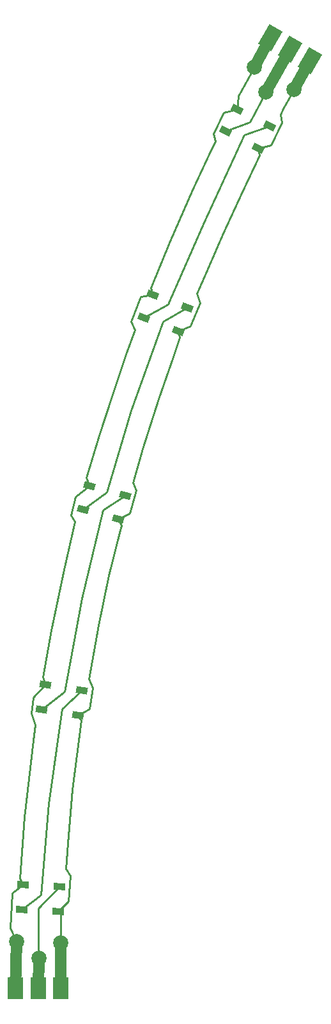
<source format=gbr>
%TF.GenerationSoftware,KiCad,Pcbnew,7.0.9*%
%TF.CreationDate,2023-12-31T20:51:38-05:00*%
%TF.ProjectId,RGB Clock,52474220-436c-46f6-936b-2e6b69636164,rev?*%
%TF.SameCoordinates,Original*%
%TF.FileFunction,Copper,L1,Top*%
%TF.FilePolarity,Positive*%
%FSLAX46Y46*%
G04 Gerber Fmt 4.6, Leading zero omitted, Abs format (unit mm)*
G04 Created by KiCad (PCBNEW 7.0.9) date 2023-12-31 20:51:38*
%MOMM*%
%LPD*%
G01*
G04 APERTURE LIST*
G04 Aperture macros list*
%AMRotRect*
0 Rectangle, with rotation*
0 The origin of the aperture is its center*
0 $1 length*
0 $2 width*
0 $3 Rotation angle, in degrees counterclockwise*
0 Add horizontal line*
21,1,$1,$2,0,0,$3*%
G04 Aperture macros list end*
%TA.AperFunction,SMDPad,CuDef*%
%ADD10RotRect,1.500000X0.900000X339.000000*%
%TD*%
%TA.AperFunction,SMDPad,CuDef*%
%ADD11RotRect,1.500000X0.900000X357.000000*%
%TD*%
%TA.AperFunction,ComponentPad*%
%ADD12C,2.000000*%
%TD*%
%TA.AperFunction,SMDPad,CuDef*%
%ADD13RotRect,1.500000X0.900000X351.000000*%
%TD*%
%TA.AperFunction,SMDPad,CuDef*%
%ADD14RotRect,1.500000X0.900000X333.000000*%
%TD*%
%TA.AperFunction,ConnectorPad*%
%ADD15RotRect,2.000000X3.000000X330.000000*%
%TD*%
%TA.AperFunction,ConnectorPad*%
%ADD16R,2.000000X3.000000*%
%TD*%
%TA.AperFunction,SMDPad,CuDef*%
%ADD17RotRect,1.500000X0.900000X345.000000*%
%TD*%
%TA.AperFunction,Conductor*%
%ADD18C,1.500000*%
%TD*%
%TA.AperFunction,Conductor*%
%ADD19C,0.250000*%
%TD*%
G04 APERTURE END LIST*
D10*
%TO.P,D4,1,VDD*%
%TO.N,Net-(D1-VDD)*%
X70948035Y-74289591D03*
%TO.P,D4,2,DOUT*%
%TO.N,Net-(D4-DOUT)*%
X69765421Y-77370406D03*
%TO.P,D4,3,VSS*%
%TO.N,Net-(D1-VSS)*%
X74339965Y-79126409D03*
%TO.P,D4,4,DIN*%
%TO.N,Net-(D3-DOUT)*%
X75522579Y-76045594D03*
%TD*%
D11*
%TO.P,D1,1,VDD*%
%TO.N,Net-(D1-VDD)*%
X53766709Y-152479238D03*
%TO.P,D1,2,DOUT*%
%TO.N,Net-(D1-DOUT)*%
X53594000Y-155774716D03*
%TO.P,D1,3,VSS*%
%TO.N,Net-(D1-VSS)*%
X58487285Y-156031162D03*
%TO.P,D1,4,DIN*%
%TO.N,Net-(D1-DIN)*%
X58659994Y-152735684D03*
%TD*%
D12*
%TO.P,J4,1,Pin_1*%
%TO.N,Net-(D1-DIN)*%
X55880000Y-162179000D03*
%TD*%
%TO.P,J5,1,Pin_1*%
%TO.N,Net-(D1-VSS)*%
X58801000Y-160147000D03*
%TD*%
D13*
%TO.P,D2,1,VDD*%
%TO.N,Net-(D1-VDD)*%
X56766280Y-126003050D03*
%TO.P,D2,2,DOUT*%
%TO.N,Net-(D2-DOUT)*%
X56250047Y-129262421D03*
%TO.P,D2,3,VSS*%
%TO.N,Net-(D1-VSS)*%
X61089720Y-130028950D03*
%TO.P,D2,4,DIN*%
%TO.N,Net-(D1-DOUT)*%
X61605953Y-126769579D03*
%TD*%
D14*
%TO.P,D5,1,VDD*%
%TO.N,Net-(D1-VDD)*%
X82132118Y-49741563D03*
%TO.P,D5,2,DOUT*%
%TO.N,Net-(D5-DOUT)*%
X80633950Y-52681884D03*
%TO.P,D5,3,VSS*%
%TO.N,Net-(D1-VSS)*%
X84999882Y-54906437D03*
%TO.P,D5,4,DIN*%
%TO.N,Net-(D4-DOUT)*%
X86498050Y-51966116D03*
%TD*%
D12*
%TO.P,J8,1,Pin_1*%
%TO.N,Net-(D1-VSS)*%
X89662000Y-47117000D03*
%TD*%
%TO.P,J6,1,Pin_1*%
%TO.N,Net-(D5-DOUT)*%
X85979000Y-47498000D03*
%TD*%
%TO.P,J7,1,Pin_1*%
%TO.N,Net-(D1-VDD)*%
X84455000Y-44196000D03*
%TD*%
D15*
%TO.P,J2,1,Pin_1*%
%TO.N,Net-(D1-VDD)*%
X86601924Y-40300000D03*
%TO.P,J2,2,Pin_2*%
%TO.N,Net-(D5-DOUT)*%
X89200000Y-41800000D03*
%TO.P,J2,3,Pin_3*%
%TO.N,Net-(D1-VSS)*%
X91798076Y-43300000D03*
%TD*%
D16*
%TO.P,J1,1,Pin_1*%
%TO.N,Net-(D1-VDD)*%
X52800000Y-166200000D03*
%TO.P,J1,2,Pin_2*%
%TO.N,Net-(D1-DIN)*%
X55800000Y-166200000D03*
%TO.P,J1,3,Pin_3*%
%TO.N,Net-(D1-VSS)*%
X58800000Y-166200000D03*
%TD*%
D17*
%TO.P,D3,1,VDD*%
%TO.N,Net-(D1-VDD)*%
X62576533Y-99626116D03*
%TO.P,D3,2,DOUT*%
%TO.N,Net-(D3-DOUT)*%
X61722430Y-102813671D03*
%TO.P,D3,3,VSS*%
%TO.N,Net-(D1-VSS)*%
X66455467Y-104081884D03*
%TO.P,D3,4,DIN*%
%TO.N,Net-(D2-DOUT)*%
X67309570Y-100894329D03*
%TD*%
D12*
%TO.P,J3,1,Pin_1*%
%TO.N,Net-(D1-VDD)*%
X52959000Y-160020000D03*
%TD*%
D18*
%TO.N,Net-(D1-VSS)*%
X58801000Y-160147000D02*
X58800000Y-166200000D01*
%TO.N,Net-(D1-DIN)*%
X55880000Y-162179000D02*
X55800000Y-166200000D01*
%TO.N,Net-(D1-VDD)*%
X52959000Y-160020000D02*
X52800000Y-166200000D01*
%TO.N,Net-(D5-DOUT)*%
X85979000Y-47498000D02*
X89200000Y-41800000D01*
D19*
%TO.N,Net-(D1-VDD)*%
X57531000Y-118745000D02*
X59182000Y-110744000D01*
X68150557Y-77851000D02*
X69342000Y-74549000D01*
D18*
X84455000Y-44196000D02*
X86601924Y-40300000D01*
D19*
X52959000Y-160020000D02*
X52070000Y-158242000D01*
X55118000Y-133350000D02*
X55372000Y-131318000D01*
X62576533Y-99626116D02*
X62202652Y-98552000D01*
X55372000Y-131318000D02*
X54864000Y-129794000D01*
X63881000Y-92964000D02*
X65532000Y-87757000D01*
X59182000Y-110744000D02*
X60691915Y-104408085D01*
X52324000Y-153543000D02*
X52070000Y-158242000D01*
X54864000Y-129794000D02*
X55126165Y-127643165D01*
X68580000Y-78994000D02*
X68150557Y-77851000D01*
X52800000Y-166200000D02*
X52496477Y-165896477D01*
X60706000Y-101092000D02*
X60153021Y-103505000D01*
X79248000Y-53975000D02*
X79022510Y-52987510D01*
X82132118Y-49741563D02*
X80391000Y-50165000D01*
X53340000Y-151638000D02*
X53975000Y-143510000D01*
X80391000Y-50165000D02*
X79022510Y-52987510D01*
X60691915Y-104408085D02*
X60153021Y-103505000D01*
X70948035Y-74289591D02*
X70739000Y-73406000D01*
X76200000Y-60452000D02*
X78613000Y-55372000D01*
X67437000Y-82169000D02*
X68580000Y-78994000D01*
X65532000Y-87757000D02*
X67437000Y-82169000D01*
X62202652Y-98552000D02*
X63881000Y-92964000D01*
X55126165Y-127643165D02*
X56766280Y-126003050D01*
X70739000Y-73406000D02*
X73279000Y-67183000D01*
X73279000Y-67183000D02*
X76200000Y-60452000D01*
X53766709Y-152479238D02*
X52324000Y-153543000D01*
X62888343Y-99937926D02*
X62576533Y-99626116D01*
X84455000Y-44196000D02*
X82296000Y-48006000D01*
X56766280Y-126003050D02*
X56388000Y-124968000D01*
X82296000Y-48006000D02*
X82132118Y-49741563D01*
X56388000Y-124968000D02*
X57531000Y-118745000D01*
X53975000Y-143510000D02*
X55118000Y-133350000D01*
X69342000Y-74549000D02*
X70948035Y-74289591D01*
X53766709Y-152479238D02*
X53340000Y-151638000D01*
X78613000Y-55372000D02*
X79248000Y-53975000D01*
X60706000Y-101092000D02*
X62576533Y-99626116D01*
%TO.N,Net-(D1-DOUT)*%
X56134000Y-153797000D02*
X53594000Y-155774716D01*
X61605953Y-126769579D02*
X58928000Y-129159000D01*
X56134000Y-153797000D02*
X57150000Y-141732000D01*
X57150000Y-141732000D02*
X58928000Y-129159000D01*
%TO.N,Net-(D1-VSS)*%
X66455467Y-104081884D02*
X67945000Y-103251000D01*
X59824724Y-154693724D02*
X58487285Y-156031162D01*
X87884000Y-50419000D02*
X88127191Y-51551191D01*
X59824724Y-154693724D02*
X60095537Y-151257000D01*
X66455467Y-104081884D02*
X66802000Y-104902000D01*
X88265000Y-49657000D02*
X87884000Y-50419000D01*
X84999882Y-54906437D02*
X86614000Y-54483000D01*
X61089720Y-130028950D02*
X61468000Y-130683000D01*
X78105000Y-71247000D02*
X76835000Y-74168000D01*
X80264000Y-66167000D02*
X78105000Y-71247000D01*
X71755000Y-88138000D02*
X73660000Y-82550000D01*
X60325000Y-139827000D02*
X59690000Y-146939000D01*
X61089720Y-130028950D02*
X62611000Y-129159000D01*
X86614000Y-54483000D02*
X88127191Y-51551191D01*
X59436000Y-150368000D02*
X60095537Y-151257000D01*
X67945000Y-103251000D02*
X68766933Y-100203000D01*
X76835000Y-74168000D02*
X77236825Y-75458825D01*
X61468000Y-130683000D02*
X60325000Y-139827000D01*
X62611000Y-129159000D02*
X63065747Y-126365000D01*
X58800000Y-166200000D02*
X58800000Y-156343877D01*
X66802000Y-104902000D02*
X66548000Y-105791000D01*
X89662000Y-47117000D02*
X88265000Y-49657000D01*
X74570776Y-80010000D02*
X74339965Y-79126409D01*
X76063451Y-78222451D02*
X77236825Y-75458825D01*
X62484000Y-125222000D02*
X63754000Y-118110000D01*
D18*
X89662000Y-47117000D02*
X91798076Y-43300000D01*
D19*
X69596000Y-94742000D02*
X71755000Y-88138000D01*
X74339965Y-79126409D02*
X75946000Y-78486000D01*
X68326000Y-99187000D02*
X69596000Y-94742000D01*
X65151000Y-111506000D02*
X66548000Y-105791000D01*
X59690000Y-146939000D02*
X59436000Y-150368000D01*
X82804000Y-60706000D02*
X80264000Y-66167000D01*
X63754000Y-118110000D02*
X65151000Y-111506000D01*
X84999882Y-54906437D02*
X85090000Y-55880000D01*
X63065747Y-126365000D02*
X62484000Y-125222000D01*
X85090000Y-55880000D02*
X82804000Y-60706000D01*
X58800000Y-156343877D02*
X58487285Y-156031162D01*
X73660000Y-82550000D02*
X74570776Y-80010000D01*
X68766933Y-100203000D02*
X68326000Y-99187000D01*
X76063451Y-78222451D02*
X75946000Y-78486000D01*
%TO.N,Net-(D1-DIN)*%
X55800000Y-155595678D02*
X58659994Y-152735684D01*
X55800000Y-166200000D02*
X55800000Y-155595678D01*
%TO.N,Net-(D2-DOUT)*%
X67309570Y-100894329D02*
X64354591Y-102870000D01*
X61595000Y-114554000D02*
X59270212Y-126873000D01*
X56250047Y-129262421D02*
X59270212Y-126873000D01*
X64354591Y-102870000D02*
X61595000Y-114554000D01*
%TO.N,Net-(D3-DOUT)*%
X75522579Y-76045594D02*
X72317429Y-77851000D01*
X64897000Y-100457000D02*
X61722430Y-102813671D01*
X68072000Y-89662000D02*
X64897000Y-100457000D01*
X72317429Y-77851000D02*
X68072000Y-89662000D01*
%TO.N,Net-(D4-DOUT)*%
X73025000Y-75565000D02*
X73182370Y-75184000D01*
X69765421Y-77370406D02*
X73025000Y-75565000D01*
X77724000Y-64770000D02*
X83131308Y-53159308D01*
X73182370Y-75184000D02*
X77724000Y-64770000D01*
X86498050Y-51966116D02*
X83131308Y-53159308D01*
%TO.N,Net-(D5-DOUT)*%
X80633950Y-52681884D02*
X83820000Y-51435000D01*
X83820000Y-51435000D02*
X85979000Y-47498000D01*
%TD*%
M02*

</source>
